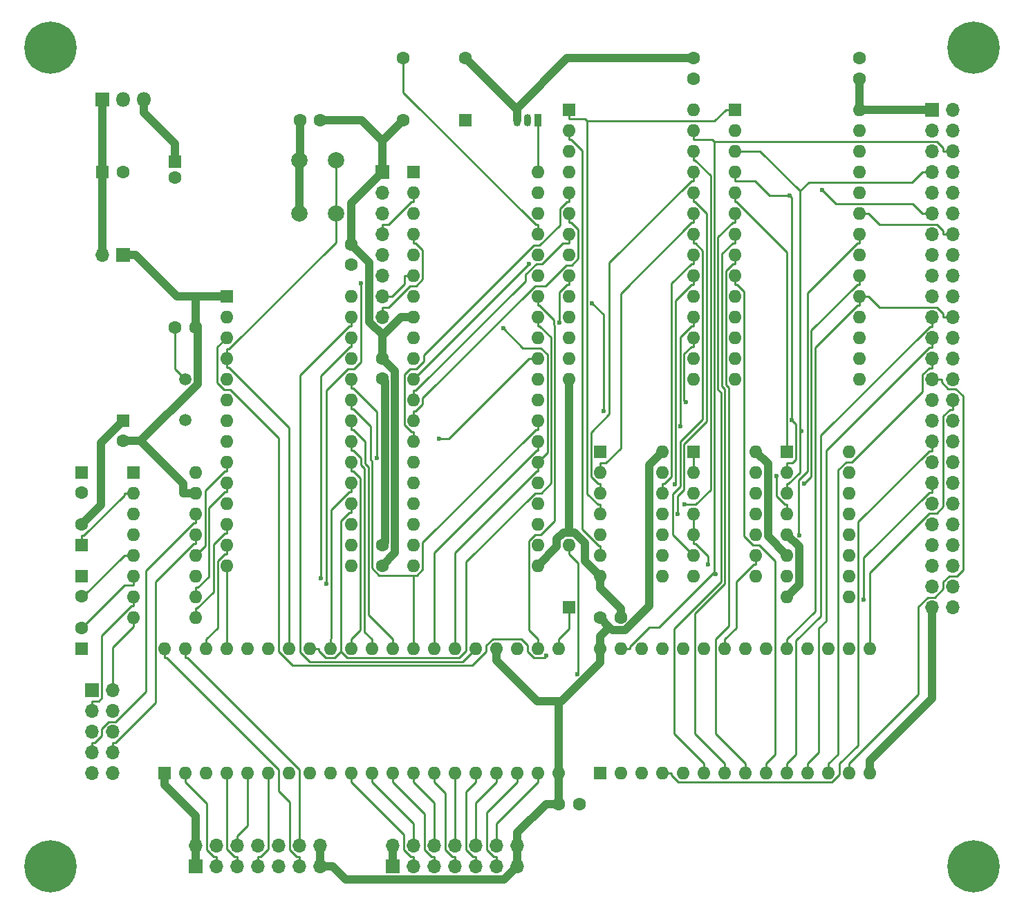
<source format=gbr>
G04 #@! TF.FileFunction,Copper,L2,Bot,Signal*
%FSLAX46Y46*%
G04 Gerber Fmt 4.6, Leading zero omitted, Abs format (unit mm)*
G04 Created by KiCad (PCBNEW 4.0.6-e0-6349~53~ubuntu16.04.1) date Mon Apr  3 23:13:33 2017*
%MOMM*%
%LPD*%
G01*
G04 APERTURE LIST*
%ADD10C,0.100000*%
%ADD11R,1.600000X1.600000*%
%ADD12C,1.600000*%
%ADD13O,1.600000X1.600000*%
%ADD14R,1.700000X1.700000*%
%ADD15O,1.700000X1.700000*%
%ADD16O,0.900000X1.500000*%
%ADD17R,0.900000X1.500000*%
%ADD18C,2.000000*%
%ADD19R,1.800000X1.800000*%
%ADD20O,1.800000X1.800000*%
%ADD21C,1.500000*%
%ADD22C,6.400000*%
%ADD23C,0.600000*%
%ADD24C,1.000000*%
%ADD25C,0.250000*%
G04 APERTURE END LIST*
D10*
D11*
X92710000Y-114300000D03*
D12*
X92710000Y-111800000D03*
D11*
X92710000Y-101600000D03*
D12*
X92710000Y-99100000D03*
D11*
X92710000Y-105410000D03*
D12*
X92710000Y-107910000D03*
D11*
X97790000Y-86360000D03*
D12*
X97790000Y-88860000D03*
D11*
X92710000Y-92710000D03*
D12*
X92710000Y-95210000D03*
X104140000Y-74930000D03*
X106640000Y-74930000D03*
D11*
X95250000Y-55880000D03*
D12*
X97750000Y-55880000D03*
D11*
X104140000Y-54610000D03*
D12*
X104140000Y-56610000D03*
X121920000Y-49530000D03*
X119420000Y-49530000D03*
X125730000Y-64770000D03*
X125730000Y-67270000D03*
X129540000Y-104140000D03*
X129540000Y-101640000D03*
X151130000Y-133350000D03*
X153630000Y-133350000D03*
X187960000Y-44450000D03*
X187960000Y-41950000D03*
X129540000Y-78740000D03*
X129540000Y-81240000D03*
X167640000Y-44450000D03*
X167640000Y-41950000D03*
X156210000Y-110490000D03*
X158710000Y-110490000D03*
D11*
X152400000Y-109220000D03*
D13*
X152400000Y-101600000D03*
D14*
X93980000Y-119380000D03*
D15*
X96520000Y-119380000D03*
X93980000Y-121920000D03*
X96520000Y-121920000D03*
X93980000Y-124460000D03*
X96520000Y-124460000D03*
X93980000Y-127000000D03*
X96520000Y-127000000D03*
X93980000Y-129540000D03*
X96520000Y-129540000D03*
D14*
X106680000Y-140970000D03*
D15*
X106680000Y-138430000D03*
X109220000Y-140970000D03*
X109220000Y-138430000D03*
X111760000Y-140970000D03*
X111760000Y-138430000D03*
X114300000Y-140970000D03*
X114300000Y-138430000D03*
X116840000Y-140970000D03*
X116840000Y-138430000D03*
X119380000Y-140970000D03*
X119380000Y-138430000D03*
X121920000Y-140970000D03*
X121920000Y-138430000D03*
D14*
X130810000Y-140970000D03*
D15*
X130810000Y-138430000D03*
X133350000Y-140970000D03*
X133350000Y-138430000D03*
X135890000Y-140970000D03*
X135890000Y-138430000D03*
X138430000Y-140970000D03*
X138430000Y-138430000D03*
X140970000Y-140970000D03*
X140970000Y-138430000D03*
X143510000Y-140970000D03*
X143510000Y-138430000D03*
X146050000Y-140970000D03*
X146050000Y-138430000D03*
D14*
X97790000Y-66040000D03*
D15*
X95250000Y-66040000D03*
D14*
X196850000Y-48260000D03*
D15*
X199390000Y-48260000D03*
X196850000Y-50800000D03*
X199390000Y-50800000D03*
X196850000Y-53340000D03*
X199390000Y-53340000D03*
X196850000Y-55880000D03*
X199390000Y-55880000D03*
X196850000Y-58420000D03*
X199390000Y-58420000D03*
X196850000Y-60960000D03*
X199390000Y-60960000D03*
X196850000Y-63500000D03*
X199390000Y-63500000D03*
X196850000Y-66040000D03*
X199390000Y-66040000D03*
X196850000Y-68580000D03*
X199390000Y-68580000D03*
X196850000Y-71120000D03*
X199390000Y-71120000D03*
X196850000Y-73660000D03*
X199390000Y-73660000D03*
X196850000Y-76200000D03*
X199390000Y-76200000D03*
X196850000Y-78740000D03*
X199390000Y-78740000D03*
X196850000Y-81280000D03*
X199390000Y-81280000D03*
X196850000Y-83820000D03*
X199390000Y-83820000D03*
X196850000Y-86360000D03*
X199390000Y-86360000D03*
X196850000Y-88900000D03*
X199390000Y-88900000D03*
X196850000Y-91440000D03*
X199390000Y-91440000D03*
X196850000Y-93980000D03*
X199390000Y-93980000D03*
X196850000Y-96520000D03*
X199390000Y-96520000D03*
X196850000Y-99060000D03*
X199390000Y-99060000D03*
X196850000Y-101600000D03*
X199390000Y-101600000D03*
X196850000Y-104140000D03*
X199390000Y-104140000D03*
X196850000Y-106680000D03*
X199390000Y-106680000D03*
X196850000Y-109220000D03*
X199390000Y-109220000D03*
D16*
X147320000Y-49530000D03*
X146050000Y-49530000D03*
D17*
X148590000Y-49530000D03*
D14*
X129540000Y-55880000D03*
D15*
X129540000Y-58420000D03*
X129540000Y-60960000D03*
X129540000Y-63500000D03*
X129540000Y-66040000D03*
X129540000Y-68580000D03*
X129540000Y-71120000D03*
X129540000Y-73660000D03*
D18*
X123880000Y-60960000D03*
X119380000Y-60960000D03*
X123880000Y-54460000D03*
X119380000Y-54460000D03*
D11*
X133350000Y-55880000D03*
D13*
X148590000Y-104140000D03*
X133350000Y-58420000D03*
X148590000Y-101600000D03*
X133350000Y-60960000D03*
X148590000Y-99060000D03*
X133350000Y-63500000D03*
X148590000Y-96520000D03*
X133350000Y-66040000D03*
X148590000Y-93980000D03*
X133350000Y-68580000D03*
X148590000Y-91440000D03*
X133350000Y-71120000D03*
X148590000Y-88900000D03*
X133350000Y-73660000D03*
X148590000Y-86360000D03*
X133350000Y-76200000D03*
X148590000Y-83820000D03*
X133350000Y-78740000D03*
X148590000Y-81280000D03*
X133350000Y-81280000D03*
X148590000Y-78740000D03*
X133350000Y-83820000D03*
X148590000Y-76200000D03*
X133350000Y-86360000D03*
X148590000Y-73660000D03*
X133350000Y-88900000D03*
X148590000Y-71120000D03*
X133350000Y-91440000D03*
X148590000Y-68580000D03*
X133350000Y-93980000D03*
X148590000Y-66040000D03*
X133350000Y-96520000D03*
X148590000Y-63500000D03*
X133350000Y-99060000D03*
X148590000Y-60960000D03*
X133350000Y-101600000D03*
X148590000Y-58420000D03*
X133350000Y-104140000D03*
X148590000Y-55880000D03*
D11*
X172720000Y-48260000D03*
D13*
X187960000Y-81280000D03*
X172720000Y-50800000D03*
X187960000Y-78740000D03*
X172720000Y-53340000D03*
X187960000Y-76200000D03*
X172720000Y-55880000D03*
X187960000Y-73660000D03*
X172720000Y-58420000D03*
X187960000Y-71120000D03*
X172720000Y-60960000D03*
X187960000Y-68580000D03*
X172720000Y-63500000D03*
X187960000Y-66040000D03*
X172720000Y-66040000D03*
X187960000Y-63500000D03*
X172720000Y-68580000D03*
X187960000Y-60960000D03*
X172720000Y-71120000D03*
X187960000Y-58420000D03*
X172720000Y-73660000D03*
X187960000Y-55880000D03*
X172720000Y-76200000D03*
X187960000Y-53340000D03*
X172720000Y-78740000D03*
X187960000Y-50800000D03*
X172720000Y-81280000D03*
X187960000Y-48260000D03*
D11*
X152400000Y-48260000D03*
D13*
X167640000Y-81280000D03*
X152400000Y-50800000D03*
X167640000Y-78740000D03*
X152400000Y-53340000D03*
X167640000Y-76200000D03*
X152400000Y-55880000D03*
X167640000Y-73660000D03*
X152400000Y-58420000D03*
X167640000Y-71120000D03*
X152400000Y-60960000D03*
X167640000Y-68580000D03*
X152400000Y-63500000D03*
X167640000Y-66040000D03*
X152400000Y-66040000D03*
X167640000Y-63500000D03*
X152400000Y-68580000D03*
X167640000Y-60960000D03*
X152400000Y-71120000D03*
X167640000Y-58420000D03*
X152400000Y-73660000D03*
X167640000Y-55880000D03*
X152400000Y-76200000D03*
X167640000Y-53340000D03*
X152400000Y-78740000D03*
X167640000Y-50800000D03*
X152400000Y-81280000D03*
X167640000Y-48260000D03*
D11*
X99060000Y-92710000D03*
D13*
X106680000Y-110490000D03*
X99060000Y-95250000D03*
X106680000Y-107950000D03*
X99060000Y-97790000D03*
X106680000Y-105410000D03*
X99060000Y-100330000D03*
X106680000Y-102870000D03*
X99060000Y-102870000D03*
X106680000Y-100330000D03*
X99060000Y-105410000D03*
X106680000Y-97790000D03*
X99060000Y-107950000D03*
X106680000Y-95250000D03*
X99060000Y-110490000D03*
X106680000Y-92710000D03*
D11*
X110490000Y-71120000D03*
D13*
X125730000Y-104140000D03*
X110490000Y-73660000D03*
X125730000Y-101600000D03*
X110490000Y-76200000D03*
X125730000Y-99060000D03*
X110490000Y-78740000D03*
X125730000Y-96520000D03*
X110490000Y-81280000D03*
X125730000Y-93980000D03*
X110490000Y-83820000D03*
X125730000Y-91440000D03*
X110490000Y-86360000D03*
X125730000Y-88900000D03*
X110490000Y-88900000D03*
X125730000Y-86360000D03*
X110490000Y-91440000D03*
X125730000Y-83820000D03*
X110490000Y-93980000D03*
X125730000Y-81280000D03*
X110490000Y-96520000D03*
X125730000Y-78740000D03*
X110490000Y-99060000D03*
X125730000Y-76200000D03*
X110490000Y-101600000D03*
X125730000Y-73660000D03*
X110490000Y-104140000D03*
X125730000Y-71120000D03*
D11*
X102870000Y-129540000D03*
D13*
X151130000Y-114300000D03*
X105410000Y-129540000D03*
X148590000Y-114300000D03*
X107950000Y-129540000D03*
X146050000Y-114300000D03*
X110490000Y-129540000D03*
X143510000Y-114300000D03*
X113030000Y-129540000D03*
X140970000Y-114300000D03*
X115570000Y-129540000D03*
X138430000Y-114300000D03*
X118110000Y-129540000D03*
X135890000Y-114300000D03*
X120650000Y-129540000D03*
X133350000Y-114300000D03*
X123190000Y-129540000D03*
X130810000Y-114300000D03*
X125730000Y-129540000D03*
X128270000Y-114300000D03*
X128270000Y-129540000D03*
X125730000Y-114300000D03*
X130810000Y-129540000D03*
X123190000Y-114300000D03*
X133350000Y-129540000D03*
X120650000Y-114300000D03*
X135890000Y-129540000D03*
X118110000Y-114300000D03*
X138430000Y-129540000D03*
X115570000Y-114300000D03*
X140970000Y-129540000D03*
X113030000Y-114300000D03*
X143510000Y-129540000D03*
X110490000Y-114300000D03*
X146050000Y-129540000D03*
X107950000Y-114300000D03*
X148590000Y-129540000D03*
X105410000Y-114300000D03*
X151130000Y-129540000D03*
X102870000Y-114300000D03*
D11*
X156210000Y-129540000D03*
D13*
X189230000Y-114300000D03*
X158750000Y-129540000D03*
X186690000Y-114300000D03*
X161290000Y-129540000D03*
X184150000Y-114300000D03*
X163830000Y-129540000D03*
X181610000Y-114300000D03*
X166370000Y-129540000D03*
X179070000Y-114300000D03*
X168910000Y-129540000D03*
X176530000Y-114300000D03*
X171450000Y-129540000D03*
X173990000Y-114300000D03*
X173990000Y-129540000D03*
X171450000Y-114300000D03*
X176530000Y-129540000D03*
X168910000Y-114300000D03*
X179070000Y-129540000D03*
X166370000Y-114300000D03*
X181610000Y-129540000D03*
X163830000Y-114300000D03*
X184150000Y-129540000D03*
X161290000Y-114300000D03*
X186690000Y-129540000D03*
X158750000Y-114300000D03*
X189230000Y-129540000D03*
X156210000Y-114300000D03*
D11*
X167640000Y-90170000D03*
D13*
X175260000Y-105410000D03*
X167640000Y-92710000D03*
X175260000Y-102870000D03*
X167640000Y-95250000D03*
X175260000Y-100330000D03*
X167640000Y-97790000D03*
X175260000Y-97790000D03*
X167640000Y-100330000D03*
X175260000Y-95250000D03*
X167640000Y-102870000D03*
X175260000Y-92710000D03*
X167640000Y-105410000D03*
X175260000Y-90170000D03*
D11*
X156210000Y-90170000D03*
D13*
X163830000Y-105410000D03*
X156210000Y-92710000D03*
X163830000Y-102870000D03*
X156210000Y-95250000D03*
X163830000Y-100330000D03*
X156210000Y-97790000D03*
X163830000Y-97790000D03*
X156210000Y-100330000D03*
X163830000Y-95250000D03*
X156210000Y-102870000D03*
X163830000Y-92710000D03*
X156210000Y-105410000D03*
X163830000Y-90170000D03*
D11*
X179070000Y-90170000D03*
D13*
X186690000Y-107950000D03*
X179070000Y-92710000D03*
X186690000Y-105410000D03*
X179070000Y-95250000D03*
X186690000Y-102870000D03*
X179070000Y-97790000D03*
X186690000Y-100330000D03*
X179070000Y-100330000D03*
X186690000Y-97790000D03*
X179070000Y-102870000D03*
X186690000Y-95250000D03*
X179070000Y-105410000D03*
X186690000Y-92710000D03*
X179070000Y-107950000D03*
X186690000Y-90170000D03*
D19*
X95250000Y-46990000D03*
D20*
X97790000Y-46990000D03*
X100330000Y-46990000D03*
D11*
X139700000Y-49530000D03*
D12*
X132080000Y-49530000D03*
X132080000Y-41910000D03*
X139700000Y-41910000D03*
D21*
X105410000Y-81280000D03*
X105410000Y-86280000D03*
D22*
X201930000Y-140970000D03*
X88900000Y-140970000D03*
X88900000Y-40640000D03*
X201930000Y-40640000D03*
D23*
X153398800Y-117435900D03*
X121990300Y-105696700D03*
X188466700Y-108321300D03*
X170357800Y-105147600D03*
X180823300Y-87655000D03*
X166496300Y-96630500D03*
X179698500Y-86325800D03*
X179442400Y-58789400D03*
X183340700Y-58067900D03*
X165717500Y-97790000D03*
X180628900Y-100458000D03*
X147464700Y-67165300D03*
X151180200Y-74352100D03*
X144331000Y-75062600D03*
X128856200Y-90942300D03*
X166035800Y-87071200D03*
X166664000Y-84091900D03*
X136515500Y-88563900D03*
X177765200Y-93132800D03*
X155221800Y-71970000D03*
X156606300Y-85167400D03*
X169419500Y-104011700D03*
X122652900Y-106373200D03*
X126924000Y-69526000D03*
X181168100Y-94124700D03*
X165385100Y-94149000D03*
X149627100Y-115213800D03*
D24*
X146050000Y-49530000D02*
X146050000Y-48079700D01*
X196850000Y-120419700D02*
X196850000Y-109220000D01*
X189230000Y-128039700D02*
X196850000Y-120419700D01*
X189230000Y-129540000D02*
X189230000Y-128039700D01*
X152400000Y-81280000D02*
X152400000Y-82780300D01*
X119420000Y-54420000D02*
X119420000Y-49530000D01*
X119380000Y-54460000D02*
X119420000Y-54420000D01*
X119380000Y-60960000D02*
X119380000Y-54460000D01*
X130810000Y-138430000D02*
X130810000Y-140970000D01*
X106680000Y-140970000D02*
X106680000Y-139419700D01*
X106680000Y-138430000D02*
X106680000Y-139419700D01*
X152400000Y-82780300D02*
X152400000Y-100063400D01*
X151743500Y-100063400D02*
X152400000Y-100063400D01*
X150899700Y-100907200D02*
X151743500Y-100063400D01*
X150899700Y-101830300D02*
X150899700Y-100907200D01*
X148590000Y-104140000D02*
X150899700Y-101830300D01*
X106680000Y-134850300D02*
X106680000Y-138430000D01*
X102870000Y-131040300D02*
X106680000Y-134850300D01*
X102870000Y-129540000D02*
X102870000Y-131040300D01*
X145869700Y-48079700D02*
X146050000Y-48079700D01*
X139700000Y-41910000D02*
X145869700Y-48079700D01*
X152179700Y-41950000D02*
X167640000Y-41950000D01*
X146050000Y-48079700D02*
X152179700Y-41950000D01*
X106680000Y-95250000D02*
X105179700Y-95250000D01*
X105179700Y-94126200D02*
X105179700Y-95250000D01*
X99913500Y-88860000D02*
X105179700Y-94126200D01*
X106888000Y-81885500D02*
X99913500Y-88860000D01*
X106888000Y-75178000D02*
X106888000Y-81885500D01*
X106640000Y-74930000D02*
X106888000Y-75178000D01*
X99913500Y-88860000D02*
X97790000Y-88860000D01*
X110490000Y-71120000D02*
X109739900Y-71120000D01*
X97790000Y-66040000D02*
X99340300Y-66040000D01*
X106640000Y-71120000D02*
X106640000Y-74930000D01*
X109739900Y-71120000D02*
X106640000Y-71120000D01*
X104420300Y-71120000D02*
X99340300Y-66040000D01*
X106640000Y-71120000D02*
X104420300Y-71120000D01*
X129880300Y-81580300D02*
X129540000Y-81240000D01*
X129880300Y-101299700D02*
X129880300Y-81580300D01*
X129540000Y-101640000D02*
X129880300Y-101299700D01*
X154350700Y-103550700D02*
X156210000Y-105410000D01*
X154350700Y-101381300D02*
X154350700Y-103550700D01*
X153032800Y-100063400D02*
X154350700Y-101381300D01*
X152400000Y-100063400D02*
X153032800Y-100063400D01*
X158710000Y-109410300D02*
X156210000Y-106910300D01*
X158710000Y-110490000D02*
X158710000Y-109410300D01*
X156210000Y-105410000D02*
X156210000Y-106910300D01*
X180575200Y-101835200D02*
X179070000Y-100330000D01*
X180575200Y-106444800D02*
X180575200Y-101835200D01*
X179070000Y-107950000D02*
X180575200Y-106444800D01*
D25*
X97974700Y-106535300D02*
X92710000Y-111800000D01*
X99060000Y-106535300D02*
X97974700Y-106535300D01*
X99060000Y-105410000D02*
X99060000Y-106535300D01*
X92991300Y-100474700D02*
X92710000Y-100474700D01*
X97934700Y-95531300D02*
X92991300Y-100474700D01*
X97934700Y-95250000D02*
X97934700Y-95531300D01*
X99060000Y-95250000D02*
X97934700Y-95250000D01*
X92710000Y-101600000D02*
X92710000Y-100474700D01*
D24*
X100330000Y-46990000D02*
X100330000Y-48590300D01*
X146050000Y-138430000D02*
X146050000Y-140970000D01*
X121920000Y-138430000D02*
X121920000Y-140970000D01*
X144455100Y-142564900D02*
X146050000Y-140970000D01*
X125065200Y-142564900D02*
X144455100Y-142564900D01*
X123470300Y-140970000D02*
X125065200Y-142564900D01*
X121920000Y-140970000D02*
X123470300Y-140970000D01*
X95060300Y-96749700D02*
X92710000Y-99100000D01*
X95060300Y-89089700D02*
X95060300Y-96749700D01*
X97790000Y-86360000D02*
X95060300Y-89089700D01*
X104140000Y-52400300D02*
X104140000Y-54610000D01*
X100330000Y-48590300D02*
X104140000Y-52400300D01*
X127000000Y-49530000D02*
X129540000Y-52070000D01*
X121920000Y-49530000D02*
X127000000Y-49530000D01*
X132080000Y-49530000D02*
X129540000Y-52070000D01*
X187960000Y-44450000D02*
X187960000Y-48260000D01*
X196850000Y-48260000D02*
X195299700Y-48260000D01*
X187960000Y-48260000D02*
X195299700Y-48260000D01*
X129540000Y-52070000D02*
X129540000Y-55880000D01*
X131080700Y-80280700D02*
X129540000Y-78740000D01*
X131080700Y-102599300D02*
X131080700Y-80280700D01*
X129540000Y-104140000D02*
X131080700Y-102599300D01*
X146050000Y-138430000D02*
X146050000Y-136879700D01*
X149579700Y-133350000D02*
X146050000Y-136879700D01*
X151130000Y-133350000D02*
X149579700Y-133350000D01*
X151130000Y-129540000D02*
X151130000Y-133350000D01*
X151130000Y-129540000D02*
X151130000Y-128039700D01*
X143510000Y-114300000D02*
X143510000Y-115800300D01*
X151130000Y-120793100D02*
X151130000Y-128039700D01*
X148502800Y-120793100D02*
X151130000Y-120793100D01*
X143510000Y-115800300D02*
X148502800Y-120793100D01*
X156210000Y-114300000D02*
X156210000Y-115800300D01*
X156210000Y-114300000D02*
X156210000Y-112799700D01*
X157345000Y-111664700D02*
X156210000Y-112799700D01*
X157720000Y-112039800D02*
X157345000Y-111664700D01*
X159283500Y-112039800D02*
X157720000Y-112039800D01*
X162219000Y-109104300D02*
X159283500Y-112039800D01*
X162219000Y-91781000D02*
X162219000Y-109104300D01*
X163830000Y-90170000D02*
X162219000Y-91781000D01*
X156210000Y-110529800D02*
X156210000Y-110490000D01*
X157345000Y-111664700D02*
X156210000Y-110529800D01*
X176760400Y-100560400D02*
X179070000Y-102870000D01*
X176760400Y-91670400D02*
X176760400Y-100560400D01*
X175260000Y-90170000D02*
X176760400Y-91670400D01*
X156210000Y-116039400D02*
X156210000Y-115800300D01*
X151456300Y-120793100D02*
X156210000Y-116039400D01*
X151130000Y-120793100D02*
X151456300Y-120793100D01*
X125730000Y-59690000D02*
X129540000Y-55880000D01*
X125730000Y-64770000D02*
X125730000Y-59690000D01*
X133350000Y-73660000D02*
X131849700Y-73660000D01*
X129540000Y-75969700D02*
X129591400Y-75918300D01*
X129540000Y-78740000D02*
X129540000Y-75969700D01*
X129591400Y-75918300D02*
X131849700Y-73660000D01*
X127953200Y-66993200D02*
X125730000Y-64770000D01*
X127953200Y-74280100D02*
X127953200Y-66993200D01*
X129591400Y-75918300D02*
X127953200Y-74280100D01*
D25*
X92894700Y-107910000D02*
X92710000Y-107910000D01*
X97934700Y-102870000D02*
X92894700Y-107910000D01*
X99060000Y-102870000D02*
X97934700Y-102870000D01*
X104140000Y-80010000D02*
X104140000Y-74930000D01*
X105410000Y-81280000D02*
X104140000Y-80010000D01*
D24*
X95250000Y-46990000D02*
X95250000Y-55880000D01*
X95250000Y-66040000D02*
X95250000Y-55880000D01*
D25*
X152400000Y-111904700D02*
X152400000Y-109220000D01*
X151130000Y-113174700D02*
X152400000Y-111904700D01*
X151130000Y-114300000D02*
X151130000Y-113174700D01*
X129540000Y-73660000D02*
X129540000Y-72484700D01*
X133350000Y-63500000D02*
X133350000Y-64625300D01*
X152400000Y-101600000D02*
X152400000Y-102725300D01*
X153525300Y-103850600D02*
X152400000Y-102725300D01*
X153525300Y-117309400D02*
X153525300Y-103850600D01*
X153398800Y-117435900D02*
X153525300Y-117309400D01*
X133631400Y-64625300D02*
X133350000Y-64625300D01*
X134475300Y-65469200D02*
X133631400Y-64625300D01*
X134475300Y-69048900D02*
X134475300Y-65469200D01*
X133674200Y-69850000D02*
X134475300Y-69048900D01*
X132952300Y-69850000D02*
X133674200Y-69850000D01*
X130317600Y-72484700D02*
X132952300Y-69850000D01*
X129540000Y-72484700D02*
X130317600Y-72484700D01*
X125730000Y-76200000D02*
X125730000Y-77325300D01*
X125525700Y-77325300D02*
X125730000Y-77325300D01*
X121990300Y-80860700D02*
X125525700Y-77325300D01*
X121990300Y-105696700D02*
X121990300Y-80860700D01*
X196850000Y-93980000D02*
X196850000Y-95155300D01*
X196482700Y-95155300D02*
X196850000Y-95155300D01*
X188466700Y-103171300D02*
X196482700Y-95155300D01*
X188466700Y-108321300D02*
X188466700Y-103171300D01*
X99060000Y-110490000D02*
X99060000Y-111615300D01*
X96520000Y-114155300D02*
X99060000Y-111615300D01*
X96520000Y-119380000D02*
X96520000Y-114155300D01*
X94788100Y-120744700D02*
X93980000Y-120744700D01*
X95155300Y-120377500D02*
X94788100Y-120744700D01*
X95155300Y-112698700D02*
X95155300Y-120377500D01*
X98778700Y-109075300D02*
X95155300Y-112698700D01*
X99060000Y-109075300D02*
X98778700Y-109075300D01*
X99060000Y-107950000D02*
X99060000Y-109075300D01*
X93980000Y-121920000D02*
X93980000Y-120744700D01*
X94347400Y-125824700D02*
X93980000Y-125824700D01*
X95155300Y-125016800D02*
X94347400Y-125824700D01*
X95155300Y-124123700D02*
X95155300Y-125016800D01*
X95994400Y-123284600D02*
X95155300Y-124123700D01*
X96830900Y-123284600D02*
X95994400Y-123284600D01*
X100561600Y-119553900D02*
X96830900Y-123284600D01*
X100561600Y-104752400D02*
X100561600Y-119553900D01*
X106398700Y-98915300D02*
X100561600Y-104752400D01*
X106680000Y-98915300D02*
X106398700Y-98915300D01*
X106680000Y-97790000D02*
X106680000Y-98915300D01*
X93980000Y-127000000D02*
X93980000Y-125824700D01*
X106680000Y-100330000D02*
X106680000Y-101455300D01*
X96520000Y-127000000D02*
X96520000Y-125824700D01*
X106398700Y-101455300D02*
X106680000Y-101455300D01*
X101744600Y-106109400D02*
X106398700Y-101455300D01*
X101744600Y-120967400D02*
X101744600Y-106109400D01*
X96887300Y-125824700D02*
X101744600Y-120967400D01*
X96520000Y-125824700D02*
X96887300Y-125824700D01*
X108852600Y-139794700D02*
X109220000Y-139794700D01*
X108044700Y-138986800D02*
X108852600Y-139794700D01*
X108044700Y-133300000D02*
X108044700Y-138986800D01*
X105410000Y-130665300D02*
X108044700Y-133300000D01*
X109220000Y-140970000D02*
X109220000Y-139794700D01*
X105410000Y-129540000D02*
X105410000Y-130665300D01*
X111392700Y-139794700D02*
X111760000Y-139794700D01*
X110490000Y-138892000D02*
X111392700Y-139794700D01*
X110490000Y-129540000D02*
X110490000Y-138892000D01*
X111760000Y-140970000D02*
X111760000Y-139794700D01*
X113030000Y-135984700D02*
X111760000Y-137254700D01*
X113030000Y-129540000D02*
X113030000Y-135984700D01*
X111760000Y-138430000D02*
X111760000Y-137254700D01*
X114667300Y-139794700D02*
X114300000Y-139794700D01*
X115570000Y-138892000D02*
X114667300Y-139794700D01*
X115570000Y-129540000D02*
X115570000Y-138892000D01*
X114300000Y-140970000D02*
X114300000Y-139794700D01*
X103151300Y-115425300D02*
X102870000Y-115425300D01*
X116840000Y-129114000D02*
X103151300Y-115425300D01*
X116840000Y-131772700D02*
X116840000Y-129114000D01*
X118204700Y-133137400D02*
X116840000Y-131772700D01*
X118204700Y-138986800D02*
X118204700Y-133137400D01*
X119012600Y-139794700D02*
X118204700Y-138986800D01*
X119380000Y-139794700D02*
X119012600Y-139794700D01*
X119380000Y-140970000D02*
X119380000Y-139794700D01*
X102870000Y-114300000D02*
X102870000Y-115425300D01*
X119380000Y-129114000D02*
X119380000Y-138430000D01*
X105691300Y-115425300D02*
X119380000Y-129114000D01*
X105410000Y-115425300D02*
X105691300Y-115425300D01*
X105410000Y-114300000D02*
X105410000Y-115425300D01*
X132982600Y-139794700D02*
X133350000Y-139794700D01*
X132174700Y-138986800D02*
X132982600Y-139794700D01*
X132174700Y-137110000D02*
X132174700Y-138986800D01*
X125730000Y-130665300D02*
X132174700Y-137110000D01*
X133350000Y-140970000D02*
X133350000Y-139794700D01*
X125730000Y-129540000D02*
X125730000Y-130665300D01*
X133350000Y-135745300D02*
X133350000Y-138430000D01*
X128270000Y-130665300D02*
X133350000Y-135745300D01*
X128270000Y-129540000D02*
X128270000Y-130665300D01*
X135522600Y-139794700D02*
X135890000Y-139794700D01*
X134714700Y-138986800D02*
X135522600Y-139794700D01*
X134714700Y-134570000D02*
X134714700Y-138986800D01*
X130810000Y-130665300D02*
X134714700Y-134570000D01*
X130810000Y-129540000D02*
X130810000Y-130665300D01*
X135890000Y-140970000D02*
X135890000Y-139794700D01*
X135890000Y-133205300D02*
X135890000Y-138430000D01*
X133350000Y-130665300D02*
X135890000Y-133205300D01*
X133350000Y-129540000D02*
X133350000Y-130665300D01*
X138062600Y-139794700D02*
X138430000Y-139794700D01*
X137254700Y-138986800D02*
X138062600Y-139794700D01*
X137254700Y-132030000D02*
X137254700Y-138986800D01*
X135890000Y-130665300D02*
X137254700Y-132030000D01*
X135890000Y-129540000D02*
X135890000Y-130665300D01*
X138430000Y-140970000D02*
X138430000Y-139794700D01*
X138430000Y-129540000D02*
X138430000Y-138430000D01*
X140602600Y-139794700D02*
X140970000Y-139794700D01*
X139794700Y-138986800D02*
X140602600Y-139794700D01*
X139794700Y-131840600D02*
X139794700Y-138986800D01*
X140970000Y-130665300D02*
X139794700Y-131840600D01*
X140970000Y-129540000D02*
X140970000Y-130665300D01*
X140970000Y-140970000D02*
X140970000Y-139794700D01*
X140970000Y-133205300D02*
X140970000Y-138430000D01*
X143510000Y-130665300D02*
X140970000Y-133205300D01*
X143510000Y-129540000D02*
X143510000Y-130665300D01*
X143142600Y-139794700D02*
X143510000Y-139794700D01*
X142334700Y-138986800D02*
X143142600Y-139794700D01*
X142334700Y-134380600D02*
X142334700Y-138986800D01*
X146050000Y-130665300D02*
X142334700Y-134380600D01*
X146050000Y-129540000D02*
X146050000Y-130665300D01*
X143510000Y-140970000D02*
X143510000Y-139794700D01*
X143510000Y-135745300D02*
X143510000Y-138430000D01*
X148590000Y-130665300D02*
X143510000Y-135745300D01*
X148590000Y-129540000D02*
X148590000Y-130665300D01*
X156210000Y-97790000D02*
X156210000Y-96664700D01*
X152400000Y-48260000D02*
X152400000Y-49385300D01*
X172720000Y-48260000D02*
X171594700Y-48260000D01*
X154594200Y-95330200D02*
X154594200Y-49642600D01*
X155928700Y-96664700D02*
X154594200Y-95330200D01*
X156210000Y-96664700D02*
X155928700Y-96664700D01*
X154336900Y-49385300D02*
X154594200Y-49642600D01*
X152400000Y-49385300D02*
X154336900Y-49385300D01*
X170212100Y-49642600D02*
X171594700Y-48260000D01*
X154594200Y-49642600D02*
X170212100Y-49642600D01*
X152400000Y-50800000D02*
X152400000Y-51925300D01*
X156210000Y-102870000D02*
X156210000Y-101744700D01*
X156033100Y-101744700D02*
X156210000Y-101744700D01*
X153999800Y-99711400D02*
X156033100Y-101744700D01*
X153999800Y-53243800D02*
X153999800Y-99711400D01*
X152681300Y-51925300D02*
X153999800Y-53243800D01*
X152400000Y-51925300D02*
X152681300Y-51925300D01*
X158750000Y-114300000D02*
X159875300Y-114300000D01*
X163402100Y-111727100D02*
X170169700Y-104959500D01*
X162255300Y-111727100D02*
X163402100Y-111727100D01*
X159875300Y-114107100D02*
X162255300Y-111727100D01*
X159875300Y-114300000D02*
X159875300Y-114107100D01*
X167640000Y-50800000D02*
X167640000Y-51925300D01*
X199390000Y-53340000D02*
X198214700Y-53340000D01*
X170169700Y-104959500D02*
X170169700Y-52157600D01*
X169937400Y-51925300D02*
X170169700Y-52157600D01*
X167640000Y-51925300D02*
X169937400Y-51925300D01*
X198214700Y-52972700D02*
X198214700Y-53340000D01*
X197399600Y-52157600D02*
X198214700Y-52972700D01*
X170169700Y-52157600D02*
X197399600Y-52157600D01*
X170169700Y-104959500D02*
X170357800Y-105147600D01*
X179070000Y-95250000D02*
X179070000Y-94124700D01*
X196850000Y-55880000D02*
X195674700Y-55880000D01*
X172720000Y-53340000D02*
X173845300Y-53340000D01*
X180665700Y-87655000D02*
X180823300Y-87655000D01*
X181744000Y-57150000D02*
X180665700Y-58228300D01*
X194404700Y-57150000D02*
X181744000Y-57150000D01*
X195674700Y-55880000D02*
X194404700Y-57150000D01*
X175777400Y-53340000D02*
X180665700Y-58228300D01*
X173845300Y-53340000D02*
X175777400Y-53340000D01*
X180665700Y-58228300D02*
X180665700Y-87655000D01*
X179246900Y-94124700D02*
X179070000Y-94124700D01*
X180665700Y-92705900D02*
X179246900Y-94124700D01*
X180665700Y-87655000D02*
X180665700Y-92705900D01*
X167640000Y-53340000D02*
X167640000Y-54465300D01*
X167914900Y-96630500D02*
X166496300Y-96630500D01*
X169719300Y-94826100D02*
X167914900Y-96630500D01*
X169719300Y-56340100D02*
X169719300Y-94826100D01*
X167844500Y-54465300D02*
X169719300Y-56340100D01*
X167640000Y-54465300D02*
X167844500Y-54465300D01*
X172720000Y-55880000D02*
X172720000Y-57005300D01*
X179070000Y-92710000D02*
X179070000Y-91584700D01*
X180195400Y-86822700D02*
X179698500Y-86325800D01*
X180195400Y-91162600D02*
X180195400Y-86822700D01*
X179773300Y-91584700D02*
X180195400Y-91162600D01*
X179070000Y-91584700D02*
X179773300Y-91584700D01*
X179698500Y-59045500D02*
X179442400Y-58789400D01*
X179698500Y-86325800D02*
X179698500Y-59045500D01*
X176945200Y-58789400D02*
X179442400Y-58789400D01*
X175161100Y-57005300D02*
X176945200Y-58789400D01*
X172720000Y-57005300D02*
X175161100Y-57005300D01*
X167358700Y-57005300D02*
X167640000Y-57005300D01*
X157335300Y-67028700D02*
X167358700Y-57005300D01*
X157335300Y-85545500D02*
X157335300Y-67028700D01*
X155074600Y-87806200D02*
X157335300Y-85545500D01*
X155074600Y-93270600D02*
X155074600Y-87806200D01*
X155928700Y-94124700D02*
X155074600Y-93270600D01*
X156210000Y-94124700D02*
X155928700Y-94124700D01*
X156210000Y-95250000D02*
X156210000Y-94124700D01*
X167640000Y-55880000D02*
X167640000Y-57005300D01*
X172720000Y-58420000D02*
X172720000Y-59545300D01*
X179070000Y-65690800D02*
X179070000Y-90170000D01*
X172924500Y-59545300D02*
X179070000Y-65690800D01*
X172720000Y-59545300D02*
X172924500Y-59545300D01*
X196850000Y-60960000D02*
X195674700Y-60960000D01*
X133068600Y-87774700D02*
X133350000Y-87774700D01*
X132224700Y-86930800D02*
X133068600Y-87774700D01*
X132224700Y-80739700D02*
X132224700Y-86930800D01*
X132954400Y-80010000D02*
X132224700Y-80739700D01*
X133684300Y-80010000D02*
X132954400Y-80010000D01*
X134619300Y-79075000D02*
X133684300Y-80010000D01*
X134619300Y-78338700D02*
X134619300Y-79075000D01*
X148043400Y-64914600D02*
X134619300Y-78338700D01*
X148772900Y-64914600D02*
X148043400Y-64914600D01*
X151274700Y-62412800D02*
X148772900Y-64914600D01*
X151274700Y-60389200D02*
X151274700Y-62412800D01*
X152118600Y-59545300D02*
X151274700Y-60389200D01*
X152400000Y-59545300D02*
X152118600Y-59545300D01*
X152400000Y-58420000D02*
X152400000Y-59545300D01*
X133350000Y-88900000D02*
X133350000Y-87774700D01*
X185057500Y-59784700D02*
X183340700Y-58067900D01*
X194499400Y-59784700D02*
X185057500Y-59784700D01*
X195674700Y-60960000D02*
X194499400Y-59784700D01*
X167640000Y-58420000D02*
X167640000Y-59545300D01*
X167816900Y-59545300D02*
X167640000Y-59545300D01*
X169257400Y-60985800D02*
X167816900Y-59545300D01*
X169257400Y-86434800D02*
X169257400Y-60985800D01*
X166468400Y-89223800D02*
X169257400Y-86434800D01*
X166468400Y-94830000D02*
X166468400Y-89223800D01*
X165717500Y-95580900D02*
X166468400Y-94830000D01*
X165717500Y-97790000D02*
X165717500Y-95580900D01*
X133631400Y-85234700D02*
X133350000Y-85234700D01*
X134475300Y-84390800D02*
X133631400Y-85234700D01*
X134475300Y-83618300D02*
X134475300Y-84390800D01*
X148243600Y-69850000D02*
X134475300Y-83618300D01*
X149531600Y-69850000D02*
X148243600Y-69850000D01*
X152071600Y-67310000D02*
X149531600Y-69850000D01*
X152726100Y-67310000D02*
X152071600Y-67310000D01*
X153526600Y-66509500D02*
X152726100Y-67310000D01*
X153526600Y-62930600D02*
X153526600Y-66509500D01*
X152681300Y-62085300D02*
X153526600Y-62930600D01*
X152400000Y-62085300D02*
X152681300Y-62085300D01*
X152400000Y-60960000D02*
X152400000Y-62085300D01*
X133350000Y-86360000D02*
X133350000Y-85234700D01*
X168910000Y-129540000D02*
X168910000Y-128414700D01*
X172720000Y-60960000D02*
X172720000Y-62085300D01*
X165238700Y-124743400D02*
X168910000Y-128414700D01*
X165238700Y-111910800D02*
X165238700Y-124743400D01*
X170993200Y-106156300D02*
X165238700Y-111910800D01*
X170993200Y-82953400D02*
X170993200Y-106156300D01*
X170620000Y-82580200D02*
X170993200Y-82953400D01*
X170620000Y-63904000D02*
X170620000Y-82580200D01*
X172438700Y-62085300D02*
X170620000Y-63904000D01*
X172720000Y-62085300D02*
X172438700Y-62085300D01*
X198214700Y-63132600D02*
X198214700Y-63500000D01*
X197406800Y-62324700D02*
X198214700Y-63132600D01*
X190450000Y-62324700D02*
X197406800Y-62324700D01*
X189085300Y-60960000D02*
X190450000Y-62324700D01*
X187960000Y-60960000D02*
X189085300Y-60960000D01*
X199390000Y-63500000D02*
X198214700Y-63500000D01*
X156210000Y-92710000D02*
X156210000Y-91584700D01*
X167640000Y-60960000D02*
X167640000Y-62085300D01*
X167402600Y-62085300D02*
X167640000Y-62085300D01*
X158714500Y-70773400D02*
X167402600Y-62085300D01*
X158714500Y-89783600D02*
X158714500Y-70773400D01*
X156913400Y-91584700D02*
X158714500Y-89783600D01*
X156210000Y-91584700D02*
X156913400Y-91584700D01*
X171450000Y-129540000D02*
X171450000Y-128414700D01*
X172720000Y-63500000D02*
X172720000Y-64625300D01*
X152400000Y-63500000D02*
X152400000Y-64625300D01*
X133350000Y-83820000D02*
X133350000Y-82694700D01*
X151662100Y-64625300D02*
X152400000Y-64625300D01*
X149122100Y-67165300D02*
X151662100Y-64625300D01*
X148388300Y-67165300D02*
X149122100Y-67165300D01*
X147077900Y-68475700D02*
X148388300Y-67165300D01*
X147077900Y-69248200D02*
X147077900Y-68475700D01*
X133631400Y-82694700D02*
X147077900Y-69248200D01*
X133350000Y-82694700D02*
X133631400Y-82694700D01*
X167775700Y-124740400D02*
X171450000Y-128414700D01*
X167775700Y-110049200D02*
X167775700Y-124740400D01*
X171485400Y-106339500D02*
X167775700Y-110049200D01*
X171485400Y-82490500D02*
X171485400Y-106339500D01*
X171125300Y-82130400D02*
X171485400Y-82490500D01*
X171125300Y-65938700D02*
X171125300Y-82130400D01*
X172438700Y-64625300D02*
X171125300Y-65938700D01*
X172720000Y-64625300D02*
X172438700Y-64625300D01*
X167640000Y-63500000D02*
X167640000Y-64625300D01*
X175260000Y-102870000D02*
X175260000Y-103995300D01*
X171450000Y-114300000D02*
X171450000Y-113174700D01*
X174978600Y-103995300D02*
X175260000Y-103995300D01*
X172848900Y-106125000D02*
X174978600Y-103995300D01*
X172848900Y-111775800D02*
X172848900Y-106125000D01*
X171450000Y-113174700D02*
X172848900Y-111775800D01*
X167852500Y-64625300D02*
X167640000Y-64625300D01*
X168765300Y-65538100D02*
X167852500Y-64625300D01*
X168765300Y-86177200D02*
X168765300Y-65538100D01*
X166018100Y-88924400D02*
X168765300Y-86177200D01*
X166018100Y-94400400D02*
X166018100Y-88924400D01*
X165085000Y-95333500D02*
X166018100Y-94400400D01*
X165085000Y-100315000D02*
X165085000Y-95333500D01*
X167640000Y-102870000D02*
X165085000Y-100315000D01*
X180520800Y-100349900D02*
X180628900Y-100458000D01*
X180520800Y-93626100D02*
X180520800Y-100349900D01*
X181563000Y-92583900D02*
X180520800Y-93626100D01*
X181563000Y-70741000D02*
X181563000Y-92583900D01*
X187678700Y-64625300D02*
X181563000Y-70741000D01*
X187960000Y-64625300D02*
X187678700Y-64625300D01*
X187960000Y-63500000D02*
X187960000Y-64625300D01*
X133350000Y-81280000D02*
X147464700Y-67165300D01*
X172438600Y-67165300D02*
X172720000Y-67165300D01*
X171594700Y-68009200D02*
X172438600Y-67165300D01*
X171594700Y-81962900D02*
X171594700Y-68009200D01*
X171935800Y-82304000D02*
X171594700Y-81962900D01*
X171935800Y-111492700D02*
X171935800Y-82304000D01*
X170306500Y-113122000D02*
X171935800Y-111492700D01*
X170306500Y-124731200D02*
X170306500Y-113122000D01*
X173990000Y-128414700D02*
X170306500Y-124731200D01*
X173990000Y-129540000D02*
X173990000Y-128414700D01*
X172720000Y-66040000D02*
X172720000Y-67165300D01*
X163830000Y-95250000D02*
X163830000Y-94124700D01*
X167640000Y-66040000D02*
X167640000Y-67165300D01*
X164111400Y-94124700D02*
X163830000Y-94124700D01*
X164955300Y-93280800D02*
X164111400Y-94124700D01*
X164955300Y-69568700D02*
X164955300Y-93280800D01*
X167358700Y-67165300D02*
X164955300Y-69568700D01*
X167640000Y-67165300D02*
X167358700Y-67165300D01*
X110490000Y-104140000D02*
X110490000Y-114300000D01*
X173001400Y-69705300D02*
X172720000Y-69705300D01*
X173845300Y-70549200D02*
X173001400Y-69705300D01*
X173845300Y-100550100D02*
X173845300Y-70549200D01*
X174895200Y-101600000D02*
X173845300Y-100550100D01*
X175656000Y-101600000D02*
X174895200Y-101600000D01*
X177664000Y-103608000D02*
X175656000Y-101600000D01*
X177664000Y-127280700D02*
X177664000Y-103608000D01*
X176530000Y-128414700D02*
X177664000Y-127280700D01*
X176530000Y-129540000D02*
X176530000Y-128414700D01*
X172720000Y-68580000D02*
X172720000Y-69705300D01*
X151180200Y-70643800D02*
X151180200Y-74352100D01*
X152118700Y-69705300D02*
X151180200Y-70643800D01*
X152400000Y-69705300D02*
X152118700Y-69705300D01*
X152400000Y-68580000D02*
X152400000Y-69705300D01*
X109364700Y-111760000D02*
X107950000Y-113174700D01*
X109364700Y-103569200D02*
X109364700Y-111760000D01*
X110208600Y-102725300D02*
X109364700Y-103569200D01*
X110490000Y-102725300D02*
X110208600Y-102725300D01*
X110490000Y-101600000D02*
X110490000Y-102725300D01*
X107950000Y-114300000D02*
X107950000Y-113174700D01*
X196552400Y-74835300D02*
X196850000Y-74835300D01*
X183194500Y-88193200D02*
X196552400Y-74835300D01*
X183194500Y-110320100D02*
X183194500Y-88193200D01*
X180195300Y-113319300D02*
X183194500Y-110320100D01*
X180195300Y-127289400D02*
X180195300Y-113319300D01*
X179070000Y-128414700D02*
X180195300Y-127289400D01*
X179070000Y-129540000D02*
X179070000Y-128414700D01*
X196850000Y-73660000D02*
X196850000Y-74835300D01*
X138430000Y-114300000D02*
X138430000Y-113174700D01*
X148413100Y-92565300D02*
X148590000Y-92565300D01*
X138430000Y-102548400D02*
X148413100Y-92565300D01*
X138430000Y-113174700D02*
X138430000Y-102548400D01*
X148590000Y-92002600D02*
X148590000Y-92565300D01*
X198214700Y-73292600D02*
X198214700Y-73660000D01*
X197406800Y-72484700D02*
X198214700Y-73292600D01*
X190450000Y-72484700D02*
X197406800Y-72484700D01*
X189085300Y-71120000D02*
X190450000Y-72484700D01*
X187960000Y-71120000D02*
X189085300Y-71120000D01*
X199390000Y-73660000D02*
X198214700Y-73660000D01*
X148590000Y-92002600D02*
X148590000Y-91440000D01*
X146738400Y-77470000D02*
X144331000Y-75062600D01*
X148949300Y-77470000D02*
X146738400Y-77470000D01*
X149733600Y-78254300D02*
X148949300Y-77470000D01*
X149733600Y-90296400D02*
X149733600Y-78254300D01*
X148590000Y-91440000D02*
X149733600Y-90296400D01*
X179070000Y-114300000D02*
X179070000Y-113174700D01*
X187960000Y-71120000D02*
X187960000Y-72245300D01*
X182519000Y-109725700D02*
X179070000Y-113174700D01*
X182519000Y-77405000D02*
X182519000Y-109725700D01*
X187678700Y-72245300D02*
X182519000Y-77405000D01*
X187960000Y-72245300D02*
X187678700Y-72245300D01*
X148590000Y-73660000D02*
X148590000Y-74785300D01*
X120650000Y-114300000D02*
X121775300Y-114300000D01*
X125730000Y-96520000D02*
X125730000Y-97645300D01*
X124418200Y-98675700D02*
X124418200Y-114670400D01*
X125448600Y-97645300D02*
X124418200Y-98675700D01*
X125730000Y-97645300D02*
X125448600Y-97645300D01*
X121775300Y-114581300D02*
X121775300Y-114300000D01*
X122622100Y-115428100D02*
X121775300Y-114581300D01*
X123660500Y-115428100D02*
X122622100Y-115428100D01*
X124418200Y-114670400D02*
X123660500Y-115428100D01*
X181610000Y-129540000D02*
X181610000Y-128414700D01*
X196850000Y-76200000D02*
X196850000Y-77375300D01*
X125174800Y-115427000D02*
X124418200Y-114670400D01*
X138910300Y-115427000D02*
X125174800Y-115427000D01*
X139780900Y-114556400D02*
X138910300Y-115427000D01*
X139780900Y-103688200D02*
X139780900Y-114556400D01*
X148219100Y-95250000D02*
X139780900Y-103688200D01*
X148971000Y-95250000D02*
X148219100Y-95250000D01*
X150184000Y-94037000D02*
X148971000Y-95250000D01*
X150184000Y-76179500D02*
X150184000Y-94037000D01*
X148789800Y-74785300D02*
X150184000Y-76179500D01*
X148590000Y-74785300D02*
X148789800Y-74785300D01*
X196482700Y-77375300D02*
X196850000Y-77375300D01*
X183869900Y-89988100D02*
X196482700Y-77375300D01*
X183869900Y-110918500D02*
X183869900Y-89988100D01*
X182971200Y-111817200D02*
X183869900Y-110918500D01*
X182971200Y-127053500D02*
X182971200Y-111817200D01*
X181610000Y-128414700D02*
X182971200Y-127053500D01*
X148590000Y-88900000D02*
X148590000Y-90025300D01*
X135890000Y-114300000D02*
X135890000Y-113174700D01*
X128856200Y-85250200D02*
X128856200Y-90942300D01*
X126011300Y-82405300D02*
X128856200Y-85250200D01*
X125730000Y-82405300D02*
X126011300Y-82405300D01*
X125730000Y-81280000D02*
X125730000Y-82405300D01*
X167640000Y-73660000D02*
X167640000Y-74785300D01*
X148385600Y-90025300D02*
X148590000Y-90025300D01*
X135890000Y-102520900D02*
X148385600Y-90025300D01*
X135890000Y-113174700D02*
X135890000Y-102520900D01*
X166035800Y-76108200D02*
X166035800Y-87071200D01*
X167358700Y-74785300D02*
X166035800Y-76108200D01*
X167640000Y-74785300D02*
X167358700Y-74785300D01*
X125730000Y-93980000D02*
X125730000Y-95105300D01*
X184150000Y-129540000D02*
X184150000Y-128414700D01*
X196850000Y-78740000D02*
X196850000Y-79915300D01*
X185307300Y-127257400D02*
X184150000Y-128414700D01*
X185307300Y-92436100D02*
X185307300Y-127257400D01*
X186303400Y-91440000D02*
X185307300Y-92436100D01*
X187027700Y-91440000D02*
X186303400Y-91440000D01*
X195674700Y-82793000D02*
X187027700Y-91440000D01*
X195674700Y-80723200D02*
X195674700Y-82793000D01*
X196482600Y-79915300D02*
X195674700Y-80723200D01*
X196850000Y-79915300D02*
X196482600Y-79915300D01*
X123190000Y-114300000D02*
X123190000Y-113174700D01*
X125498200Y-95105300D02*
X125730000Y-95105300D01*
X123278200Y-97325300D02*
X125498200Y-95105300D01*
X123278200Y-113086500D02*
X123278200Y-97325300D01*
X123190000Y-113174700D02*
X123278200Y-113086500D01*
X148590000Y-86360000D02*
X148590000Y-87485300D01*
X133350000Y-114300000D02*
X133350000Y-113174700D01*
X125730000Y-83820000D02*
X125730000Y-84945300D01*
X133350000Y-105315400D02*
X133350000Y-113174700D01*
X129123300Y-105315400D02*
X133350000Y-105315400D01*
X128254800Y-104446900D02*
X129123300Y-105315400D01*
X128254800Y-91318400D02*
X128254800Y-104446900D01*
X128136100Y-91199700D02*
X128254800Y-91318400D01*
X128136100Y-87070100D02*
X128136100Y-91199700D01*
X126011300Y-84945300D02*
X128136100Y-87070100D01*
X125730000Y-84945300D02*
X126011300Y-84945300D01*
X148308700Y-87485300D02*
X148590000Y-87485300D01*
X134475300Y-101318700D02*
X148308700Y-87485300D01*
X134475300Y-104612200D02*
X134475300Y-101318700D01*
X133772100Y-105315400D02*
X134475300Y-104612200D01*
X133350000Y-105315400D02*
X133772100Y-105315400D01*
X166486200Y-83914100D02*
X166664000Y-84091900D01*
X166486200Y-78197800D02*
X166486200Y-83914100D01*
X167358700Y-77325300D02*
X166486200Y-78197800D01*
X167640000Y-77325300D02*
X167358700Y-77325300D01*
X167640000Y-76200000D02*
X167640000Y-77325300D01*
X126855300Y-112049400D02*
X125730000Y-113174700D01*
X126855300Y-93409300D02*
X126855300Y-112049400D01*
X126011300Y-92565300D02*
X126855300Y-93409300D01*
X125730000Y-92565300D02*
X126011300Y-92565300D01*
X125730000Y-91440000D02*
X125730000Y-92565300D01*
X125730000Y-114300000D02*
X125730000Y-113174700D01*
X198025300Y-81647400D02*
X198025300Y-81280000D01*
X198833200Y-82455300D02*
X198025300Y-81647400D01*
X199723300Y-82455300D02*
X198833200Y-82455300D01*
X200614300Y-83346300D02*
X199723300Y-82455300D01*
X200614300Y-104658400D02*
X200614300Y-83346300D01*
X199862700Y-105410000D02*
X200614300Y-104658400D01*
X198959000Y-105410000D02*
X199862700Y-105410000D01*
X198214600Y-106154400D02*
X198959000Y-105410000D01*
X198214600Y-106979600D02*
X198214600Y-106154400D01*
X197149600Y-108044600D02*
X198214600Y-106979600D01*
X196322800Y-108044600D02*
X197149600Y-108044600D01*
X195186400Y-109181000D02*
X196322800Y-108044600D01*
X195186400Y-119918300D02*
X195186400Y-109181000D01*
X186690000Y-128414700D02*
X195186400Y-119918300D01*
X186690000Y-129540000D02*
X186690000Y-128414700D01*
X196850000Y-81280000D02*
X198025300Y-81280000D01*
X137640800Y-88563900D02*
X136515500Y-88563900D01*
X147464700Y-78740000D02*
X137640800Y-88563900D01*
X148590000Y-78740000D02*
X147464700Y-78740000D01*
X130810000Y-114300000D02*
X130810000Y-113174700D01*
X125730000Y-86360000D02*
X125730000Y-87485300D01*
X127804400Y-110169100D02*
X130810000Y-113174700D01*
X127804400Y-92048600D02*
X127804400Y-110169100D01*
X127390100Y-91634300D02*
X127804400Y-92048600D01*
X127390100Y-88935600D02*
X127390100Y-91634300D01*
X125939800Y-87485300D02*
X127390100Y-88935600D01*
X125730000Y-87485300D02*
X125939800Y-87485300D01*
X125730000Y-88900000D02*
X125730000Y-90025300D01*
X128270000Y-114300000D02*
X128270000Y-113174700D01*
X127354100Y-112258800D02*
X128270000Y-113174700D01*
X127354100Y-92235200D02*
X127354100Y-112258800D01*
X126903800Y-91784900D02*
X127354100Y-92235200D01*
X126903800Y-90917800D02*
X126903800Y-91784900D01*
X126011300Y-90025300D02*
X126903800Y-90917800D01*
X125730000Y-90025300D02*
X126011300Y-90025300D01*
X199390000Y-83820000D02*
X199390000Y-84995300D01*
X189230000Y-114300000D02*
X189230000Y-113174700D01*
X199022600Y-84995300D02*
X199390000Y-84995300D01*
X198214700Y-85803200D02*
X199022600Y-84995300D01*
X198214700Y-96909100D02*
X198214700Y-85803200D01*
X197428400Y-97695400D02*
X198214700Y-96909100D01*
X196539100Y-97695400D02*
X197428400Y-97695400D01*
X189230000Y-105004500D02*
X196539100Y-97695400D01*
X189230000Y-113174700D02*
X189230000Y-105004500D01*
X167640000Y-92710000D02*
X167640000Y-90170000D01*
X110490000Y-78740000D02*
X110490000Y-77614700D01*
X148590000Y-55880000D02*
X148590000Y-49530000D01*
X110490000Y-78740000D02*
X110490000Y-79865300D01*
X118110000Y-114300000D02*
X118110000Y-113174700D01*
X110753100Y-79865300D02*
X110490000Y-79865300D01*
X118110000Y-87222200D02*
X110753100Y-79865300D01*
X118110000Y-113174700D02*
X118110000Y-87222200D01*
X123880000Y-64506000D02*
X123880000Y-60960000D01*
X110771300Y-77614700D02*
X123880000Y-64506000D01*
X110490000Y-77614700D02*
X110771300Y-77614700D01*
X123880000Y-60960000D02*
X123880000Y-54460000D01*
X196482700Y-90075300D02*
X196850000Y-90075300D01*
X187815400Y-98742600D02*
X196482700Y-90075300D01*
X187815400Y-126138500D02*
X187815400Y-98742600D01*
X185532400Y-128421500D02*
X187815400Y-126138500D01*
X185532400Y-129749700D02*
X185532400Y-128421500D01*
X184602400Y-130679700D02*
X185532400Y-129749700D01*
X165813700Y-130679700D02*
X184602400Y-130679700D01*
X164955300Y-129821300D02*
X165813700Y-130679700D01*
X164955300Y-129540000D02*
X164955300Y-129821300D01*
X163830000Y-129540000D02*
X164955300Y-129540000D01*
X196850000Y-88900000D02*
X196850000Y-90075300D01*
X125448700Y-74785300D02*
X125730000Y-74785300D01*
X119475500Y-80758500D02*
X125448700Y-74785300D01*
X119475500Y-114764400D02*
X119475500Y-80758500D01*
X120606700Y-115895600D02*
X119475500Y-114764400D01*
X139374400Y-115895600D02*
X120606700Y-115895600D01*
X140970000Y-114300000D02*
X139374400Y-115895600D01*
X125730000Y-73660000D02*
X125730000Y-74785300D01*
X177765200Y-95641200D02*
X177765200Y-93132800D01*
X178788700Y-96664700D02*
X177765200Y-95641200D01*
X179070000Y-96664700D02*
X178788700Y-96664700D01*
X179070000Y-97790000D02*
X179070000Y-96664700D01*
X129540000Y-71120000D02*
X130715300Y-71120000D01*
X133350000Y-68580000D02*
X132224700Y-68580000D01*
X132224700Y-69610600D02*
X130715300Y-71120000D01*
X132224700Y-68580000D02*
X132224700Y-69610600D01*
X156606300Y-73354500D02*
X155221800Y-71970000D01*
X156606300Y-85167400D02*
X156606300Y-73354500D01*
X148590000Y-114300000D02*
X148590000Y-113174700D01*
X148590000Y-71120000D02*
X148590000Y-72245300D01*
X147464600Y-112049300D02*
X148590000Y-113174700D01*
X147464600Y-101127900D02*
X147464600Y-112049300D01*
X148262500Y-100330000D02*
X147464600Y-101127900D01*
X148944000Y-100330000D02*
X148262500Y-100330000D01*
X150635300Y-98638700D02*
X148944000Y-100330000D01*
X150635300Y-74699100D02*
X150635300Y-98638700D01*
X150554900Y-74618700D02*
X150635300Y-74699100D01*
X150554900Y-74006300D02*
X150554900Y-74618700D01*
X148793900Y-72245300D02*
X150554900Y-74006300D01*
X148590000Y-72245300D02*
X148793900Y-72245300D01*
X167640000Y-97790000D02*
X167640000Y-100330000D01*
X167640000Y-100330000D02*
X167640000Y-101455300D01*
X169419500Y-102953500D02*
X169419500Y-104011700D01*
X167921300Y-101455300D02*
X169419500Y-102953500D01*
X167640000Y-101455300D02*
X167921300Y-101455300D01*
X130289200Y-62324700D02*
X129540000Y-62324700D01*
X133068600Y-59545300D02*
X130289200Y-62324700D01*
X133350000Y-59545300D02*
X133068600Y-59545300D01*
X133350000Y-58420000D02*
X133350000Y-59545300D01*
X129540000Y-63500000D02*
X129540000Y-62324700D01*
X126924000Y-79182900D02*
X126924000Y-69526000D01*
X126096900Y-80010000D02*
X126924000Y-79182900D01*
X125338200Y-80010000D02*
X126096900Y-80010000D01*
X122652900Y-82695300D02*
X125338200Y-80010000D01*
X122652900Y-106373200D02*
X122652900Y-82695300D01*
X148308700Y-62374700D02*
X148590000Y-62374700D01*
X132080000Y-46146000D02*
X148308700Y-62374700D01*
X132080000Y-41910000D02*
X132080000Y-46146000D01*
X148590000Y-63500000D02*
X148590000Y-62374700D01*
X187960000Y-68580000D02*
X187960000Y-69705300D01*
X187678600Y-69705300D02*
X187960000Y-69705300D01*
X182068600Y-75315300D02*
X187678600Y-69705300D01*
X182068600Y-93224200D02*
X182068600Y-75315300D01*
X181168100Y-94124700D02*
X182068600Y-93224200D01*
X167640000Y-68580000D02*
X167640000Y-69705300D01*
X165405700Y-94128400D02*
X165385100Y-94149000D01*
X165405700Y-71658300D02*
X165405700Y-94128400D01*
X167358700Y-69705300D02*
X165405700Y-71658300D01*
X167640000Y-69705300D02*
X167358700Y-69705300D01*
X110490000Y-99060000D02*
X110490000Y-100185300D01*
X106680000Y-110490000D02*
X106680000Y-109364700D01*
X106884300Y-109364700D02*
X106680000Y-109364700D01*
X108882700Y-107366300D02*
X106884300Y-109364700D01*
X108882700Y-101528900D02*
X108882700Y-107366300D01*
X110226300Y-100185300D02*
X108882700Y-101528900D01*
X110490000Y-100185300D02*
X110226300Y-100185300D01*
X110208700Y-95105300D02*
X110490000Y-95105300D01*
X108300500Y-97013500D02*
X110208700Y-95105300D01*
X108300500Y-105485500D02*
X108300500Y-97013500D01*
X106961300Y-106824700D02*
X108300500Y-105485500D01*
X106680000Y-106824700D02*
X106961300Y-106824700D01*
X106680000Y-107950000D02*
X106680000Y-106824700D01*
X110490000Y-93980000D02*
X110490000Y-95105300D01*
X107850100Y-101699900D02*
X106680000Y-102870000D01*
X107850100Y-94923900D02*
X107850100Y-101699900D01*
X110208700Y-92565300D02*
X107850100Y-94923900D01*
X110490000Y-92565300D02*
X110208700Y-92565300D01*
X110490000Y-91440000D02*
X110490000Y-92565300D01*
X149415500Y-115425400D02*
X149627100Y-115213800D01*
X148117900Y-115425400D02*
X149415500Y-115425400D01*
X147320000Y-114627500D02*
X148117900Y-115425400D01*
X147320000Y-113910600D02*
X147320000Y-114627500D01*
X146529400Y-113120000D02*
X147320000Y-113910600D01*
X143046300Y-113120000D02*
X146529400Y-113120000D01*
X142240000Y-113926300D02*
X143046300Y-113120000D01*
X142240000Y-114644400D02*
X142240000Y-113926300D01*
X140538400Y-116346000D02*
X142240000Y-114644400D01*
X118515300Y-116346000D02*
X140538400Y-116346000D01*
X116840000Y-114670700D02*
X118515300Y-116346000D01*
X116840000Y-88497200D02*
X116840000Y-114670700D01*
X110892800Y-82550000D02*
X116840000Y-88497200D01*
X110128600Y-82550000D02*
X110892800Y-82550000D01*
X109329200Y-81750600D02*
X110128600Y-82550000D01*
X109329200Y-77360800D02*
X109329200Y-81750600D01*
X110490000Y-76200000D02*
X109329200Y-77360800D01*
M02*

</source>
